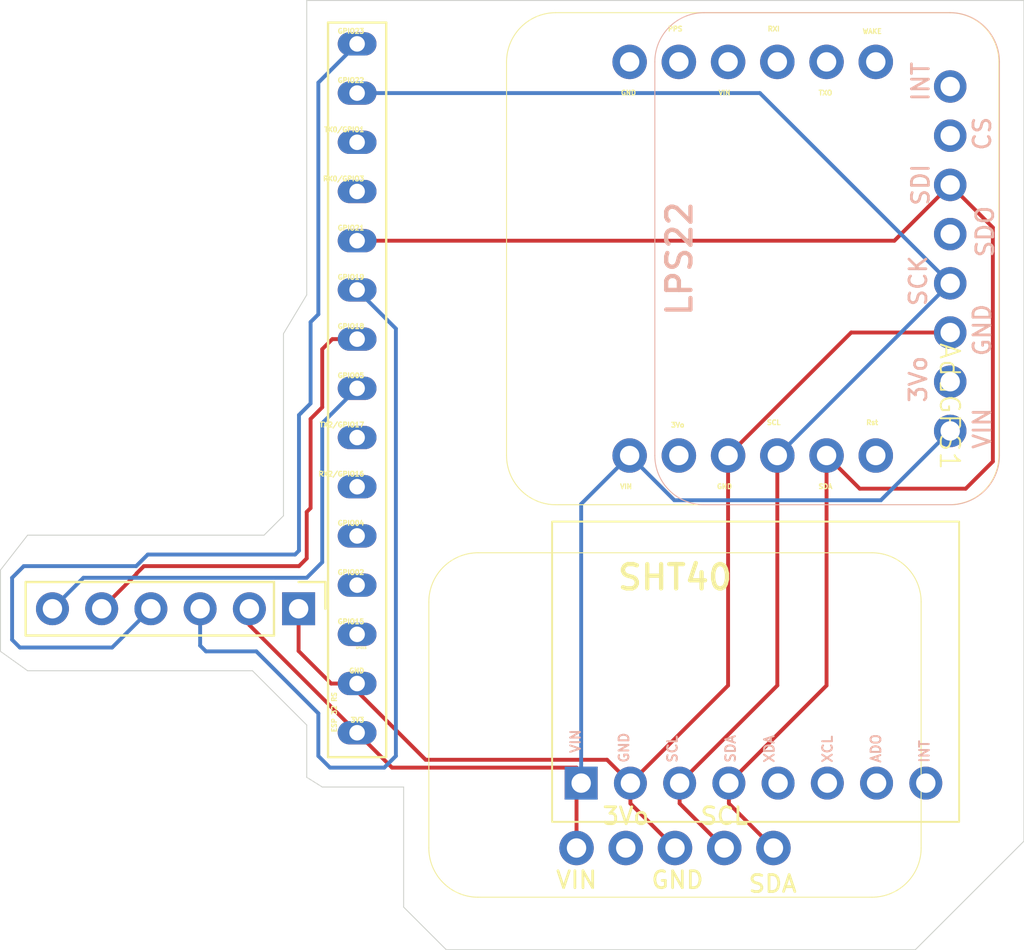
<source format=kicad_pcb>
(kicad_pcb (version 20241229) (generator "pcbnew") (generator_version "9.0")
  (layers (0 "F.Cu" signal) (2 "B.Cu" signal) (13 "F.Paste" user) (15 "B.Paste" user) (5 "F.SilkS" user "F.Silkscreen") (7 "B.SilkS" user "B.Silkscreen") (1 "F.Mask" user) (3 "B.Mask" user) (25 "Edge.Cuts" user))
  (net 0 "")
  (net 1 "Net-(ESP32RightSide1-GPIO18{slash}CLK)")
  (net 2 "Net-(ESP32RightSide1-GPIO05{slash}CS{slash}SS)")
  (net 10 "Net-(AdaGPS1-SCL)")
  (net 12 "Net-(AdaLPS1-GND)")
  (net 13 "Net-(AdaGPS1-SDA)")
  (net 15 "Net-(AdaLPS1-VIN)")
  (net 21 "Net-(ESP32RightSide1-GPIO23{slash}MOSI{slash}Ada-SDI)")
  (net 22 "Net-(ESP32RightSide1-GPIO19{slash}MISO{slash}SDO)")
  (footprint "Connector_PinHeader_2.54mm:PinHeader_1x06_P2.54mm_Vertical" (layer "F.Cu") (at 52.581119 53 -90)
    (property "Reference" "SDCardBoard1" (hide yes))
    (property "Value" "SPISDCard")
    (fp_line (start -1.38 14.08) (end 1.38 14.08) (stroke (width 0.12)) (layer "F.SilkS"))
    (fp_line (start -1.38 1.27) (end -1.38 14.08) (stroke (width 0.12)) (layer "F.SilkS"))
    (fp_line (start -1.38 1.27) (end 1.38 1.27) (stroke (width 0.12)) (layer "F.SilkS"))
    (fp_line (start 1.38 1.27) (end 1.38 14.08) (stroke (width 0.12)) (layer "F.SilkS"))
    (fp_line (start -1.38 0) (end -1.38 -1.38) (stroke (width 0.12)) (layer "F.SilkS"))
    (fp_line (start -1.38 -1.38) (end 0 -1.38) (stroke (width 0.12)) (layer "F.SilkS"))
    (pad "1" thru_hole rect (at 0 0 270) (size 1.7 1.7) (drill 1) (layers "*.Cu" "*.Mask") (net 12 "Net-(AdaLPS1-GND)"))
    (pad "2" thru_hole circle (at 0 2.54 270) (size 1.7 1.7) (drill 1) (layers "*.Cu" "*.Mask") (net 15 "Net-(AdaLPS1-VIN)"))
    (pad "3" thru_hole circle (at 0 5.08 270) (size 1.7 1.7) (drill 1) (layers "*.Cu" "*.Mask") (net 22 "Net-(ESP32RightSide1-GPIO19{slash}MISO{slash}SDO)"))
    (pad "4" thru_hole circle (at 0 7.62 270) (size 1.7 1.7) (drill 1) (layers "*.Cu" "*.Mask") (net 21 "Net-(ESP32RightSide1-GPIO23{slash}MOSI{slash}Ada-SDI)"))
    (pad "5" thru_hole circle (at 0 10.16 270) (size 1.7 1.7) (drill 1) (layers "*.Cu" "*.Mask") (net 1 "Net-(ESP32RightSide1-GPIO18{slash}CLK)"))
    (pad "6" thru_hole circle (at 0 12.7 270) (size 1.7 1.7) (drill 1) (layers "*.Cu" "*.Mask") (net 2 "Net-(ESP32RightSide1-GPIO05{slash}CS{slash}SS)"))
  )
  (footprint "UserDefined:SHTBoard" (layer "F.Cu") (at 72.04 58.699)
    (property "Reference" "AdaSHT1" (hide yes))
    (property "Value" "~" (hide yes))
    (fp_line (start -12.74 -6.049) (end -12.74 6.651) (stroke (width 0.05)) (layer "F.SilkS"))
    (fp_line (start -10.2 9.191) (end 10.12 9.191) (stroke (width 0.05)) (layer "F.SilkS"))
    (fp_line (start 10.12 -8.589) (end -10.2 -8.589) (stroke (width 0.05)) (layer "F.SilkS"))
    (fp_line (start 12.66 6.651) (end 12.66 -6.049) (stroke (width 0.05)) (layer "F.SilkS"))
    (fp_arc (start -12.74 -6.049) (mid -11.996051 -7.845051) (end -10.2 -8.589) (stroke (width 0.05)) (layer "F.SilkS"))
    (fp_arc (start -10.2 9.191) (mid -11.996051 8.447051) (end -12.74 6.651) (stroke (width 0.05)) (layer "F.SilkS"))
    (fp_arc (start 10.12 -8.589) (mid 11.916051 -7.845051) (end 12.66 -6.049) (stroke (width 0.05)) (layer "F.SilkS"))
    (fp_arc (start 12.66 6.651) (mid 11.916051 8.447051) (end 10.12 9.191) (stroke (width 0.05)) (layer "F.SilkS"))
    (fp_text user "VIN" (at -5.12 8.302 0) (layer "F.SilkS") (effects (font (size 0.87376 0.87376) (thickness 0.14224))))
    (fp_text user "SDA" (at 5 8.5 0) (layer "F.SilkS") (effects (font (size 0.87376 0.87376) (thickness 0.14224))))
    (fp_text user "3Vo" (at -2.58 5 0) (layer "F.SilkS") (effects (font (size 0.87376 0.87376) (thickness 0.14224))))
    (fp_text user "SCL" (at 2.5 5 0) (layer "F.SilkS") (effects (font (size 0.87376 0.87376) (thickness 0.14224))))
    (fp_text user "SHT40" (at -0.04 -7.319 0) (layer "F.SilkS") (effects (font (size 1.25222 1.25222) (thickness 0.22098))))
    (fp_text user "GND" (at 0.087 8.302 0) (layer "F.SilkS") (effects (font (size 0.87376 0.87376) (thickness 0.14224))))
    (pad "1" thru_hole circle (at -5.12 6.651 90) (size 1.778 1.778) (drill 1) (layers "*.Cu" "*.Mask") (net 15 "Net-(AdaLPS1-VIN)"))
    (pad "2" thru_hole circle (at -2.58 6.651 90) (size 1.778 1.778) (drill 1) (layers "*.Cu" "*.Mask"))
    (pad "3" thru_hole circle (at -0.04 6.651 90) (size 1.778 1.778) (drill 1) (layers "*.Cu" "*.Mask") (net 12 "Net-(AdaLPS1-GND)"))
    (pad "4" thru_hole circle (at 2.5 6.651 90) (size 1.778 1.778) (drill 1) (layers "*.Cu" "*.Mask") (net 10 "Net-(AdaGPS1-SCL)"))
    (pad "5" thru_hole circle (at 5.04 6.651 90) (size 1.778 1.778) (drill 1) (layers "*.Cu" "*.Mask") (net 13 "Net-(AdaGPS1-SDA)"))
  )
  (footprint "UserDefined:MPU6050HiLetGO" (layer "F.Cu") (at 65.66 64 90)
    (property "Reference" "MPU1" (hide yes))
    (property "Value" "4 Pin Connector")
    (fp_rect (start 0 0) (end 15.5 21) (stroke (width 0.1)) (fill no) (layer "F.SilkS"))
    (fp_text user "ADO" (at 3 17 90) (layer "B.SilkS") (effects (font (size 0.5 0.5) (thickness 0.1)) (justify left bottom)))
    (fp_text user "XDA" (at 3 11.5 90) (layer "B.SilkS") (effects (font (size 0.5 0.5) (thickness 0.1)) (justify left bottom)))
    (fp_text user "VIN" (at 3.5 1.5 90) (layer "B.SilkS") (effects (font (size 0.5 0.5) (thickness 0.1)) (justify left bottom)))
    (fp_text user "SDA" (at 3 9.5 90) (layer "B.SilkS") (effects (font (size 0.5 0.5) (thickness 0.1)) (justify left bottom)))
    (fp_text user "GND" (at 3 4 90) (layer "B.SilkS") (effects (font (size 0.5 0.5) (thickness 0.1)) (justify left bottom)))
    (fp_text user "SCL" (at 3 6.5 90) (layer "B.SilkS") (effects (font (size 0.5 0.5) (thickness 0.1)) (justify left bottom)))
    (fp_text user "INT" (at 3 19.5 90) (layer "B.SilkS") (effects (font (size 0.5 0.5) (thickness 0.1)) (justify left bottom)))
    (fp_text user "XCL" (at 3 14.5 90) (layer "B.SilkS") (effects (font (size 0.5 0.5) (thickness 0.1)) (justify left bottom)))
    (pad "1" thru_hole rect (at 2 1.5 90) (size 1.7 1.7) (drill 1) (layers "*.Cu" "*.Mask") (net 15 "Net-(AdaLPS1-VIN)"))
    (pad "2" thru_hole circle (at 2 4.04 90) (size 1.7 1.7) (drill 1) (layers "*.Cu" "*.Mask") (net 12 "Net-(AdaLPS1-GND)"))
    (pad "3" thru_hole circle (at 2 6.58 90) (size 1.7 1.7) (drill 1) (layers "*.Cu" "*.Mask") (net 10 "Net-(AdaGPS1-SCL)"))
    (pad "4" thru_hole circle (at 2 9.12 90) (size 1.7 1.7) (drill 1) (layers "*.Cu" "*.Mask") (net 13 "Net-(AdaGPS1-SDA)"))
    (pad "5" thru_hole circle (at 2 11.66 90) (size 1.7 1.7) (drill 1) (layers "*.Cu" "*.Mask"))
    (pad "6" thru_hole circle (at 2 14.2 90) (size 1.7 1.7) (drill 1) (layers "*.Cu" "*.Mask"))
    (pad "7" thru_hole circle (at 2 16.74 90) (size 1.7 1.7) (drill 1) (layers "*.Cu" "*.Mask"))
    (pad "8" thru_hole circle (at 2 19.28 90) (size 1.7 1.7) (drill 1) (layers "*.Cu" "*.Mask"))
  )
  (footprint "UserDefined:LPS22" (layer "F.Cu") (at 77.996051 34.473949 90)
    (property "Reference" "AdaLPS1" (hide yes))
    (property "Value" "~" (hide yes))
    (fp_line (start 9.703949 -7.036051) (end -10.616051 -7.036051) (stroke (width 0.05)) (layer "B.SilkS"))
    (fp_line (start -13.156051 -4.496051) (end -13.156051 8.203949) (stroke (width 0.05)) (layer "B.SilkS"))
    (fp_line (start 12.243949 8.203949) (end 12.243949 -4.496051) (stroke (width 0.05)) (layer "B.SilkS"))
    (fp_line (start -10.616051 10.743949) (end 9.703949 10.743949) (stroke (width 0.05)) (layer "B.SilkS"))
    (fp_arc (start 9.703949 -7.036051) (mid 11.5 -6.292102) (end 12.243949 -4.496051) (stroke (width 0.05)) (layer "B.SilkS"))
    (fp_arc (start -13.156051 -4.496051) (mid -12.412102 -6.292102) (end -10.616051 -7.036051) (stroke (width 0.05)) (layer "B.SilkS"))
    (fp_arc (start 12.243949 8.203949) (mid 11.5 10) (end 9.703949 10.743949) (stroke (width 0.05)) (layer "B.SilkS"))
    (fp_arc (start -10.616051 10.743949) (mid -12.412102 10) (end -13.156051 8.203949) (stroke (width 0.05)) (layer "B.SilkS"))
    (fp_text user "INT" (at 8.687949 6.679949 90) (layer "B.SilkS") (effects (font (size 0.87376 0.87376) (thickness 0.14224))))
    (fp_text user "3Vo" (at -6.679051 6.552949 90) (layer "B.SilkS") (effects (font (size 0.87376 0.87376) (thickness 0.14224))))
    (fp_text user "SCK" (at -1.599051 6.552949 90) (layer "B.SilkS") (effects (font (size 0.87376 0.87376) (thickness 0.14224))))
    (fp_text user "LPS22" (at -0.456051 -5.766051 90) (layer "B.SilkS") (effects (font (size 1.25222 1.25222) (thickness 0.22098))))
    (fp_text user "CS" (at 6 9.854949 90) (layer "B.SilkS") (effects (font (size 0.87376 0.87376) (thickness 0.14224))))
    (fp_text user "SDO" (at 0.940949 10 90) (layer "B.SilkS") (effects (font (size 0.87376 0.87376) (thickness 0.14224))))
    (fp_text user "GND" (at -4.139051 9.854949 90) (layer "B.SilkS") (effects (font (size 0.87376 0.87376) (thickness 0.14224))))
    (fp_text user "VIN" (at -9.219051 9.854949 90) (layer "B.SilkS") (effects (font (size 0.87376 0.87376) (thickness 0.14224))))
    (fp_text user "SDI" (at 3.353949 6.679949 90) (layer "B.SilkS") (effects (font (size 0.87376 0.87376) (thickness 0.14224))))
    (pad "1" thru_hole circle (at -9.346051 8.203949 180) (size 1.6764 1.6764) (drill 1) (layers "*.Cu" "*.Mask") (net 15 "Net-(AdaLPS1-VIN)"))
    (pad "2" thru_hole circle (at -6.806051 8.203949 180) (size 1.6764 1.6764) (drill 1) (layers "*.Cu" "*.Mask"))
    (pad "3" thru_hole circle (at -4.266051 8.203949 180) (size 1.6764 1.6764) (drill 1) (layers "*.Cu" "*.Mask") (net 12 "Net-(AdaLPS1-GND)"))
    (pad "4" thru_hole circle (at -1.726051 8.203949 180) (size 1.6764 1.6764) (drill 1) (layers "*.Cu" "*.Mask") (net 10 "Net-(AdaGPS1-SCL)"))
    (pad "5" thru_hole circle (at 0.813949 8.203949 180) (size 1.6764 1.6764) (drill 1) (layers "*.Cu" "*.Mask"))
    (pad "6" thru_hole circle (at 3.353949 8.203949 180) (size 1.6764 1.6764) (drill 1) (layers "*.Cu" "*.Mask") (net 13 "Net-(AdaGPS1-SDA)"))
    (pad "7" thru_hole circle (at 5.893949 8.203949 180) (size 1.6764 1.6764) (drill 1) (layers "*.Cu" "*.Mask"))
    (pad "8" thru_hole circle (at 8.433949 8.203949 180) (size 1.6764 1.6764) (drill 1) (layers "*.Cu" "*.Mask"))
  )
  (footprint "UserDefined:ESP32-DEVKITV1-Paul-Half2" (layer "F.Cu") (at 54.1 22.66)
    (property "Reference" "ESP32RightSide1" (hide yes))
    (property "Value" "ESP 32 RS" (at 0.320001 35.68051 90) (layer "F.SilkS") (effects (font (size 0.25 0.25))))
    (fp_line (start -0.000002 38) (end 2.999999 38) (stroke (width 0.12)) (layer "F.SilkS"))
    (fp_line (start -0.000001 0.08) (end -0.000002 38) (stroke (width 0.12)) (layer "F.SilkS"))
    (fp_line (start 2.999999 38) (end 3 0.08) (stroke (width 0.12)) (layer "F.SilkS"))
    (fp_line (start 3 0.08) (end -0.000001 0.08) (stroke (width 0.12)) (layer "F.SilkS"))
    (fp_text user "TX0/GPIO1" (at 1.9 5.601412 0) (layer "F.SilkS") (effects (font (size 0.25 0.25)) (justify right)))
    (fp_text user "TX2/GPIO17" (at 1.9 20.841412 0) (layer "F.SilkS") (effects (font (size 0.25 0.25)) (justify right)))
    (fp_text user "GPIO18" (at 1.9 15.761412 0) (layer "F.SilkS") (effects (font (size 0.25 0.25)) (justify right)))
    (fp_text user "GPIO23" (at 1.9 0.521412 0) (layer "F.SilkS") (effects (font (size 0.25 0.25)) (justify right)))
    (fp_text user "GPIO05" (at 1.9 18.301412 0) (layer "F.SilkS") (effects (font (size 0.25 0.25)) (justify right)))
    (fp_text user "GND" (at 1.9 33.541412 0) (layer "F.SilkS") (effects (font (size 0.25 0.25)) (justify right)))
    (fp_text user "GPIO22" (at 1.9 3.061412 0) (layer "F.SilkS") (effects (font (size 0.25 0.25)) (justify right)))
    (fp_text user "3V3" (at 1.9 36.081412 0) (layer "F.SilkS") (effects (font (size 0.25 0.25)) (justify right)))
    (fp_text user "RX0/GPIO3" (at 1.9 8.141412 0) (layer "F.SilkS") (effects (font (size 0.25 0.25)) (justify right)))
    (fp_text user "RX2/GPIO16" (at 1.9 23.381412 0) (layer "F.SilkS") (effects (font (size 0.25 0.25)) (justify right)))
    (fp_text user "GPIO19" (at 1.9 13.221412 0) (layer "F.SilkS") (effects (font (size 0.25 0.25)) (justify right)))
    (fp_text user "GPIO21" (at 1.9 10.681412 0) (layer "F.SilkS") (effects (font (size 0.25 0.25)) (justify right)))
    (fp_text user "GPIO04" (at 1.9 25.921412 0) (layer "F.SilkS") (effects (font (size 0.25 0.25)) (justify right)))
    (fp_text user "GPIO02" (at 1.9 28.461412 0) (layer "F.SilkS") (effects (font (size 0.25 0.25)) (justify right)))
    (fp_text user "GPIO15" (at 1.999999 32.36 0) (layer "F.SilkS") (effects (font (size 0.1 0.1)) (justify right)))
    (pad "1" thru_hole oval (at 1.5 6.26 270) (size 1.2 2) (drill 0.8) (layers "*.Cu" "*.Mask"))
    (pad "2" thru_hole oval (at 1.5 29.12 270) (size 1.2 2) (drill 0.8) (layers "*.Cu" "*.Mask"))
    (pad "3" thru_hole oval (at 1.5 8.8 270) (size 1.2 2) (drill 0.8) (layers "*.Cu" "*.Mask"))
    (pad "4" thru_hole oval (at 1.5 26.58 270) (size 1.2 2) (drill 0.8) (layers "*.Cu" "*.Mask"))
    (pad "5" thru_hole oval (at 1.5 18.96 270) (size 1.2 2) (drill 0.8) (layers "*.Cu" "*.Mask") (net 2 "Net-(ESP32RightSide1-GPIO05{slash}CS{slash}SS)"))
    (pad "15" thru_hole oval (at 1.5 31.66 270) (size 1.2 2) (drill 0.8) (layers "*.Cu" "*.Mask"))
    (pad "16" thru_hole oval (at 1.5 24.04 270) (size 1.2 2) (drill 0.8) (layers "*.Cu" "*.Mask"))
    (pad "17" thru_hole oval (at 1.5 21.5 270) (size 1.2 2) (drill 0.8) (layers "*.Cu" "*.Mask"))
    (pad "18" thru_hole oval (at 1.5 16.42 270) (size 1.2 2) (drill 0.8) (layers "*.Cu" "*.Mask") (net 1 "Net-(ESP32RightSide1-GPIO18{slash}CLK)"))
    (pad "19" thru_hole oval (at 1.5 13.88 270) (size 1.2 2) (drill 0.8) (layers "*.Cu" "*.Mask") (net 22 "Net-(ESP32RightSide1-GPIO19{slash}MISO{slash}SDO)"))
    (pad "21" thru_hole oval (at 1.5 11.34 270) (size 1.2 2) (drill 0.8) (layers "*.Cu" "*.Mask") (net 13 "Net-(AdaGPS1-SDA)"))
    (pad "22" thru_hole oval (at 1.5 3.72 270) (size 1.2 2) (drill 0.8) (layers "*.Cu" "*.Mask") (net 10 "Net-(AdaGPS1-SCL)"))
    (pad "23" thru_hole oval (at 1.5 1.18 270) (size 1.2 2) (drill 0.8) (layers "*.Cu" "*.Mask") (net 21 "Net-(ESP32RightSide1-GPIO23{slash}MOSI{slash}Ada-SDI)"))
    (pad "53" thru_hole oval (at 1.5 34.2 270) (size 1.2 2) (drill 0.8) (layers "*.Cu" "*.Mask") (net 12 "Net-(AdaLPS1-GND)"))
    (pad "54" thru_hole oval (at 1.5 36.74 270) (size 1.2 2) (drill 0.8) (layers "*.Cu" "*.Mask") (net 15 "Net-(AdaLPS1-VIN)"))
  )
  (footprint "UserDefined:Adafruit GPS PA1010D" (layer "F.Cu") (at 83.053949 39.886051)
    (property "Reference" "AdaGPS1" (at 3.11605 2.66395 270) (layer "F.SilkS") (effects (font (thickness 0.1))))
    (property "Value" "~" (hide yes))
    (fp_line (start -19.743949 -15.116051) (end -19.743949 5.203949) (stroke (width 0.05)) (layer "F.SilkS"))
    (fp_line (start -17.203949 7.743949) (end 3.116051 7.743949) (stroke (width 0.05)) (layer "F.SilkS"))
    (fp_line (start 3.116051 -17.656051) (end -17.203949 -17.656051) (stroke (width 0.05)) (layer "F.SilkS"))
    (fp_line (start 5.656051 5.203949) (end 5.656051 -15.116051) (stroke (width 0.05)) (layer "F.SilkS"))
    (fp_arc (start -19.743949 -15.116051) (mid -19 -16.912102) (end -17.203949 -17.656051) (stroke (width 0.05)) (layer "F.SilkS"))
    (fp_arc (start -17.203949 7.743949) (mid -19 7) (end -19.743949 5.203949) (stroke (width 0.05)) (layer "F.SilkS"))
    (fp_arc (start 3.116051 -17.656051) (mid 4.912102 -16.912102) (end 5.656051 -15.116051) (stroke (width 0.05)) (layer "F.SilkS"))
    (fp_arc (start 5.656051 5.203949) (mid 4.912102 7) (end 3.116051 7.743949) (stroke (width 0.05)) (layer "F.SilkS"))
    (fp_text user "VIN" (at -13.58 6.802 0) (layer "F.SilkS") (effects (font (size 0.25 0.25) (thickness 0.14224))))
    (fp_text user "GND" (at -8.5 6.802 0) (layer "F.SilkS") (effects (font (size 0.25 0.25) (thickness 0.14224))))
    (fp_text user "Rst" (at -0.88 3.5 0) (layer "F.SilkS") (effects (font (size 0.25 0.25) (thickness 0.14224))))
    (fp_text user "RXI" (at -5.96 -16.82 0) (layer "F.SilkS") (effects (font (size 0.25 0.25) (thickness 0.14224))))
    (fp_text user "PPS" (at -11.04 -16.82 0) (layer "F.SilkS") (effects (font (size 0.25 0.25) (thickness 0.14224))))
    (fp_text user "WAKE" (at -0.88 -16.693 0) (layer "F.SilkS") (effects (font (size 0.25 0.25) (thickness 0.14224))))
    (fp_text user "3Vo" (at -10.913 3.627 0) (layer "F.SilkS") (effects (font (size 0.25 0.25) (thickness 0.14224))))
    (fp_text user "VIN" (at -8.5 -13.518 0) (layer "F.SilkS") (effects (font (size 0.25 0.25) (thickness 0.14224))))
    (fp_text user "SCL" (at -5.96 3.5 0) (layer "F.SilkS") (effects (font (size 0.25 0.25) (thickness 0.14224))))
    (fp_text user "TXO" (at -3.293 -13.518 0) (layer "F.SilkS") (effects (font (size 0.25 0.25) (thickness 0.14224))))
    (fp_text user "GND" (at -13.453 -13.518 0) (layer "F.SilkS") (effects (font (size 0.25 0.25) (thickness 0.14224))))
    (fp_text user "SDA" (at -3.293 6.802 0) (layer "F.SilkS") (effects (font (size 0.25 0.25) (thickness 0.14224))))
    (pad "1" thru_hole circle (at -13.393949 5.203949 90) (size 1.778 1.778) (drill 1) (layers "*.Cu" "*.Mask") (net 15 "Net-(AdaLPS1-VIN)"))
    (pad "2" thru_hole circle (at -10.853949 5.203949 90) (size 1.778 1.778) (drill 1) (layers "*.Cu" "*.Mask"))
    (pad "3" thru_hole circle (at -8.313949 5.203949 90) (size 1.778 1.778) (drill 1) (layers "*.Cu" "*.Mask") (net 12 "Net-(AdaLPS1-GND)"))
    (pad "4" thru_hole circle (at -5.773949 5.203949 90) (size 1.778 1.778) (drill 1) (layers "*.Cu" "*.Mask") (net 10 "Net-(AdaGPS1-SCL)"))
    (pad "5" thru_hole circle (at -3.233949 5.203949 90) (size 1.778 1.778) (drill 1) (layers "*.Cu" "*.Mask") (net 13 "Net-(AdaGPS1-SDA)"))
    (pad "6" thru_hole circle (at -0.693949 5.203949 90) (size 1.778 1.778) (drill 1) (layers "*.Cu" "*.Mask"))
    (pad "7" thru_hole circle (at -13.393949 -15.116051 90) (size 1.778 1.778) (drill 1) (layers "*.Cu" "*.Mask"))
    (pad "8" thru_hole circle (at -10.853949 -15.116051 90) (size 1.778 1.778) (drill 1) (layers "*.Cu" "*.Mask"))
    (pad "9" thru_hole circle (at -8.313949 -15.116051 90) (size 1.778 1.778) (drill 1) (layers "*.Cu" "*.Mask"))
    (pad "10" thru_hole circle (at -5.773949 -15.116051 90) (size 1.778 1.778) (drill 1) (layers "*.Cu" "*.Mask"))
    (pad "11" thru_hole circle (at -3.233949 -15.116051 90) (size 1.778 1.778) (drill 1) (layers "*.Cu" "*.Mask"))
    (pad "12" thru_hole circle (at -0.693949 -15.116051 90) (size 1.778 1.778) (drill 1) (layers "*.Cu" "*.Mask"))
  )
  (gr_line (start 50.8 49.2) (end 38.6 49.2) (stroke (width 0.05)) (layer "Edge.Cuts"))
  (gr_line (start 53 36.8) (end 51.8 38.8) (stroke (width 0.05)) (layer "Edge.Cuts"))
  (gr_line (start 53 59) (end 53 61.7) (stroke (width 0.05)) (layer "Edge.Cuts"))
  (gr_line (start 90 65) (end 90 21.6) (stroke (width 0.05)) (layer "Edge.Cuts"))
  (gr_line (start 50.2 56.2) (end 53 59) (stroke (width 0.05)) (layer "Edge.Cuts"))
  (gr_line (start 38.6 56.2) (end 50.2 56.2) (stroke (width 0.05)) (layer "Edge.Cuts"))
  (gr_line (start 38.6 49.2) (end 37.2 51) (stroke (width 0.05)) (layer "Edge.Cuts"))
  (gr_line (start 84.4 70.6) (end 90 65) (stroke (width 0.05)) (layer "Edge.Cuts"))
  (gr_line (start 51.8 48.2) (end 50.8 49.2) (stroke (width 0.05)) (layer "Edge.Cuts"))
  (gr_line (start 37.2 55.2) (end 38.6 56.2) (stroke (width 0.05)) (layer "Edge.Cuts"))
  (gr_line (start 37.2 51) (end 37.2 55.2) (stroke (width 0.05)) (layer "Edge.Cuts"))
  (gr_line (start 53 21.6) (end 53 36.8) (stroke (width 0.05)) (layer "Edge.Cuts"))
  (gr_line (start 53 61.7) (end 53.8 62.2) (stroke (width 0.05)) (layer "Edge.Cuts"))
  (gr_line (start 58 68.4) (end 60.2 70.6) (stroke (width 0.05)) (layer "Edge.Cuts"))
  (gr_line (start 90 21.6) (end 53 21.6) (stroke (width 0.05)) (layer "Edge.Cuts"))
  (gr_line (start 51.8 38.8) (end 51.8 48.2) (stroke (width 0.05)) (layer "Edge.Cuts"))
  (gr_line (start 58 62.2) (end 58 68.4) (stroke (width 0.05)) (layer "Edge.Cuts"))
  (gr_line (start 60.2 70.6) (end 84.4 70.6) (stroke (width 0.05)) (layer "Edge.Cuts"))
  (gr_line (start 53.8 62.2) (end 58 62.2) (stroke (width 0.05)) (layer "Edge.Cuts"))
  (gr_text "GPIO15" (at 56 53.661412 0) (layer "F.SilkS") (effects (font (size 0.25 0.25)) (justify right)))
  (segment (start 54.32 39.08) (end 55.6 39.08) (width 0.2) (layer "F.Cu") (net 1))
  (segment (start 53 50.4) (end 53 48) (width 0.2) (layer "F.Cu") (net 1))
  (segment (start 53 48) (end 53.2 47.8) (width 0.2) (layer "F.Cu") (net 1))
  (segment (start 53.2 47.8) (end 53.2 43.2) (width 0.2) (layer "F.Cu") (net 1))
  (segment (start 42.421119 53) (end 44.221119 51.2) (width 0.2) (layer "F.Cu") (net 1))
  (segment (start 53.8 39.6) (end 54.32 39.08) (width 0.2) (layer "F.Cu") (net 1))
  (segment (start 52.6 50.8) (end 53 50.4) (width 0.2) (layer "F.Cu") (net 1))
  (segment (start 44.6 50.8) (end 52.6 50.8) (width 0.2) (layer "F.Cu") (net 1))
  (segment (start 44.221119 51.2) (end 44.221119 51.178881) (width 0.2) (layer "F.Cu") (net 1))
  (segment (start 53.8 42.6) (end 53.8 39.6) (width 0.2) (layer "F.Cu") (net 1))
  (segment (start 53.2 43.2) (end 53.8 42.6) (width 0.2) (layer "F.Cu") (net 1))
  (segment (start 44.221119 51.178881) (end 44.6 50.8) (width 0.2) (layer "F.Cu") (net 1))
  (segment (start 55.52 39.08) (end 55.6 39.08) (width 0.2) (layer "B.Cu") (net 1))
  (segment (start 54.98 41.62) (end 55.6 41.62) (width 0.2) (layer "F.Cu") (net 2))
  (segment (start 54.78 41.62) (end 55.6 41.62) (width 0.2) (layer "F.Cu") (net 2))
  (segment (start 53.8 43.42) (end 55.6 41.62) (width 0.2) (layer "B.Cu") (net 2))
  (segment (start 41.481119 51.4) (end 53 51.4) (width 0.2) (layer "B.Cu") (net 2))
  (segment (start 39.881119 53) (end 41.481119 51.4) (width 0.2) (layer "B.Cu") (net 2))
  (segment (start 53.8 50.6) (end 53.8 43.42) (width 0.2) (layer "B.Cu") (net 2))
  (segment (start 53 51.4) (end 53.8 50.6) (width 0.2) (layer "B.Cu") (net 2))
  (segment (start 77.28 56.96) (end 77.28 45.09) (width 0.2) (layer "F.Cu") (net 10))
  (segment (start 72.24 62) (end 77.28 56.96) (width 0.2) (layer "F.Cu") (net 10))
  (segment (start 55.8386 26.38) (end 56.278588 26.38) (width 0.2) (layer "F.Cu") (net 10))
  (segment (start 72.24 63.05) (end 72.24 62) (width 0.2) (layer "F.Cu") (net 10))
  (segment (start 74.54 65.35) (end 72.24 63.05) (width 0.2) (layer "F.Cu") (net 10))
  (segment (start 86.2 36.2) (end 77.31 45.09) (width 0.2) (layer "B.Cu") (net 10))
  (segment (start 77.31 45.09) (end 77.28 45.09) (width 0.2) (layer "B.Cu") (net 10))
  (segment (start 76.38 26.38) (end 86.2 36.2) (width 0.2) (layer "B.Cu") (net 10))
  (segment (start 55.6 26.38) (end 76.38 26.38) (width 0.2) (layer "B.Cu") (net 10))
  (segment (start 54.26 56.86) (end 52.581119 55.181119) (width 0.2) (layer "F.Cu") (net 12))
  (segment (start 52.581119 55.181119) (end 52.581119 53) (width 0.2) (layer "F.Cu") (net 12))
  (segment (start 55.6 56.86) (end 55.6 57.26) (width 0.2) (layer "F.Cu") (net 12))
  (segment (start 69.7 62) (end 74.74 56.96) (width 0.2) (layer "F.Cu") (net 12))
  (segment (start 68.4958 60.7958) (end 69.7 62) (width 0.2) (layer "F.Cu") (net 12))
  (segment (start 55.641412 56.86) (end 55.632824 56.851412) (width 0.2) (layer "F.Cu") (net 12))
  (segment (start 69.7 63.05) (end 69.7 62) (width 0.2) (layer "F.Cu") (net 12))
  (segment (start 55.8386 56.86) (end 55.641412 56.86) (width 0.2) (layer "F.Cu") (net 12))
  (segment (start 74.74 56.96) (end 74.74 45.09) (width 0.2) (layer "F.Cu") (net 12))
  (segment (start 55.6 56.86) (end 54.26 56.86) (width 0.2) (layer "F.Cu") (net 12))
  (segment (start 72 65.35) (end 69.7 63.05) (width 0.2) (layer "F.Cu") (net 12))
  (segment (start 59.1358 60.7958) (end 68.4958 60.7958) (width 0.2) (layer "F.Cu") (net 12))
  (segment (start 86.2 38.74) (end 81.09 38.74) (width 0.2) (layer "F.Cu") (net 12))
  (segment (start 81.09 38.74) (end 74.74 45.09) (width 0.2) (layer "F.Cu") (net 12))
  (segment (start 55.6 57.26) (end 59.1358 60.7958) (width 0.2) (layer "F.Cu") (net 12))
  (segment (start 88.4 33.32) (end 86.2 31.12) (width 0.2) (layer "F.Cu") (net 13))
  (segment (start 79.82 45.09) (end 81.53 46.8) (width 0.2) (layer "F.Cu") (net 13))
  (segment (start 55.6 34) (end 83.32 34) (width 0.2) (layer "F.Cu") (net 13))
  (segment (start 74.78 62) (end 79.82 56.96) (width 0.2) (layer "F.Cu") (net 13))
  (segment (start 83.32 34) (end 86.2 31.12) (width 0.2) (layer "F.Cu") (net 13))
  (segment (start 74.78 63.05) (end 74.78 62) (width 0.2) (layer "F.Cu") (net 13))
  (segment (start 79.82 56.96) (end 79.82 45.09) (width 0.2) (layer "F.Cu") (net 13))
  (segment (start 88.4 45.4) (end 88.4 33.32) (width 0.2) (layer "F.Cu") (net 13))
  (segment (start 87 46.8) (end 88.4 45.4) (width 0.2) (layer "F.Cu") (net 13))
  (segment (start 77.08 65.35) (end 74.78 63.05) (width 0.2) (layer "F.Cu") (net 13))
  (segment (start 81.53 46.8) (end 87 46.8) (width 0.2) (layer "F.Cu") (net 13))
  (segment (start 55.8386 34) (end 56.098588 34) (width 0.2) (layer "B.Cu") (net 13))
  (segment (start 55.898588 34) (end 55.8386 34) (width 0.2) (layer "B.Cu") (net 13))
  (segment (start 66.92 65.35) (end 66.92 61.2) (width 0.2) (layer "F.Cu") (net 15))
  (segment (start 86.22 44.12) (end 86.4 43.94) (width 0.2) (layer "F.Cu") (net 15))
  (segment (start 55.6 59.4) (end 57.4 61.2) (width 0.2) (layer "F.Cu") (net 15))
  (segment (start 55.6 59.4) (end 50.041119 53.841119) (width 0.2) (layer "F.Cu") (net 15))
  (segment (start 50.041119 53.841119) (end 50.041119 53) (width 0.2) (layer "F.Cu") (net 15))
  (segment (start 57.4 61.2) (end 66.92 61.2) (width 0.2) (layer "F.Cu") (net 15))
  (segment (start 67.16 62) (end 67.16 47.59) (width 0.2) (layer "B.Cu") (net 15))
  (segment (start 69.66 45.09) (end 71.97 47.4) (width 0.2) (layer "B.Cu") (net 15))
  (segment (start 71.97 47.4) (end 82.62 47.4) (width 0.2) (layer "B.Cu") (net 15))
  (segment (start 67.16 47.59) (end 69.66 45.09) (width 0.2) (layer "B.Cu") (net 15))
  (segment (start 82.62 47.4) (end 86.2 43.82) (width 0.2) (layer "B.Cu") (net 15))
  (segment (start 44.2 50.8) (end 44.8 50.2) (width 0.2) (layer "B.Cu") (net 21))
  (segment (start 44.8 50.2) (end 52.4 50.2) (width 0.2) (layer "B.Cu") (net 21))
  (segment (start 53.2 42.4) (end 52.7 42.9) (width 0.2) (layer "B.Cu") (net 21))
  (segment (start 52.4 50.2) (end 52.6 50) (width 0.2) (layer "B.Cu") (net 21))
  (segment (start 38.2 55) (end 37.8 54.6) (width 0.2) (layer "B.Cu") (net 21))
  (segment (start 42.961119 55) (end 38.2 55) (width 0.2) (layer "B.Cu") (net 21))
  (segment (start 53.6 37.8) (end 53.2 38.2) (width 0.2) (layer "B.Cu") (net 21))
  (segment (start 53.6 25.84) (end 53.6 37.8) (width 0.2) (layer "B.Cu") (net 21))
  (segment (start 44.961119 53) (end 42.961119 55) (width 0.2) (layer "B.Cu") (net 21))
  (segment (start 55.6 23.84) (end 53.6 25.84) (width 0.2) (layer "B.Cu") (net 21))
  (segment (start 53.2 38.2) (end 53.2 42.4) (width 0.2) (layer "B.Cu") (net 21))
  (segment (start 37.8 54.6) (end 37.8 51.4) (width 0.2) (layer "B.Cu") (net 21))
  (segment (start 52.6 50) (end 52.6 43) (width 0.2) (layer "B.Cu") (net 21))
  (segment (start 37.8 51.4) (end 38.4 50.8) (width 0.2) (layer "B.Cu") (net 21))
  (segment (start 38.4 50.8) (end 44.2 50.8) (width 0.2) (layer "B.Cu") (net 21))
  (segment (start 52.6 43) (end 52.7 42.9) (width 0.2) (layer "B.Cu") (net 21))
  (segment (start 50.4 55.2) (end 47.8 55.2) (width 0.2) (layer "B.Cu") (net 22))
  (segment (start 47.501119 54.901119) (end 47.501119 53) (width 0.2) (layer "B.Cu") (net 22))
  (segment (start 55.6 36.54) (end 57.6 38.54) (width 0.2) (layer "B.Cu") (net 22))
  (segment (start 53.6 60.6) (end 53.6 58.4) (width 0.2) (layer "B.Cu") (net 22))
  (segment (start 53.6 58.4) (end 50.4 55.2) (width 0.2) (layer "B.Cu") (net 22))
  (segment (start 57.6 60.6) (end 57 61.2) (width 0.2) (layer "B.Cu") (net 22))
  (segment (start 54.2 61.2) (end 53.6 60.6) (width 0.2) (layer "B.Cu") (net 22))
  (segment (start 57 61.2) (end 54.2 61.2) (width 0.2) (layer "B.Cu") (net 22))
  (segment (start 57.6 38.54) (end 57.6 60.6) (width 0.2) (layer "B.Cu") (net 22))
  (segment (start 47.8 55.2) (end 47.501119 54.901119) (width 0.2) (layer "B.Cu") (net 22))
)
</source>
